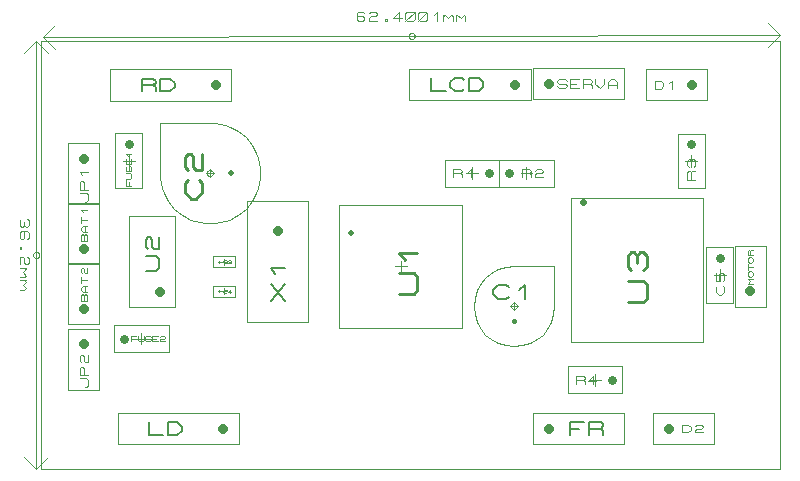
<source format=gbr>
G04 PROTEUS GERBER X2 FILE*
%TF.GenerationSoftware,Labcenter,Proteus,8.15-SP1-Build34318*%
%TF.CreationDate,2024-02-24T08:34:58+00:00*%
%TF.FileFunction,AssemblyDrawing,Top*%
%TF.FilePolarity,Positive*%
%TF.Part,Single*%
%TF.SameCoordinates,{d6b9a477-15e1-4d55-aad5-44706a46bc90}*%
%FSLAX45Y45*%
%MOMM*%
G01*
%TA.AperFunction,Material*%
%ADD53C,0.050000*%
%ADD54C,0.502920*%
%ADD55C,0.257850*%
%ADD56C,0.448000*%
%ADD57C,0.200820*%
%ADD58C,0.243840*%
%ADD59C,0.038380*%
%ADD73C,0.101600*%
%ADD60C,0.812800*%
%ADD61C,0.083820*%
%ADD62C,0.111760*%
%ADD63C,0.721360*%
%ADD64C,0.110420*%
%ADD65C,0.571500*%
%ADD66C,0.266990*%
%ADD67C,0.204890*%
%ADD68C,0.512000*%
%ADD69C,0.239910*%
%ADD74C,0.177800*%
%ADD75C,0.067050*%
%ADD76C,0.179490*%
%TA.AperFunction,Profile*%
%ADD25C,0.101600*%
%TA.AperFunction,Material*%
%ADD77C,0.117850*%
%ADD78C,0.066250*%
%ADD79C,0.113750*%
%TA.AperFunction,NonMaterial*%
%ADD26C,0.101600*%
%TD.AperFunction*%
D53*
X-6980000Y+6440000D02*
X-5940000Y+6440000D01*
X-5940000Y+7480000D01*
X-6980000Y+7480000D01*
X-6980000Y+6440000D01*
X-6460000Y+7010000D02*
X-6460000Y+6910000D01*
X-6410000Y+6960000D02*
X-6510000Y+6960000D01*
D54*
X-6880000Y+7240000D02*
X-6880000Y+7240000D01*
D55*
X-6473533Y+6727932D02*
X-6344606Y+6727932D01*
X-6318820Y+6756940D01*
X-6318820Y+6872974D01*
X-6344606Y+6901983D01*
X-6473533Y+6901983D01*
X-6421962Y+7018017D02*
X-6473533Y+7076034D01*
X-6318820Y+7076034D01*
D53*
X-5475000Y+6625000D02*
X-5475086Y+6627076D01*
X-5475788Y+6631229D01*
X-5477258Y+6635382D01*
X-5479660Y+6639535D01*
X-5483333Y+6643634D01*
X-5487486Y+6646643D01*
X-5491639Y+6648560D01*
X-5495792Y+6649643D01*
X-5499945Y+6650000D01*
X-5500000Y+6650000D01*
X-5525000Y+6625000D02*
X-5524914Y+6627076D01*
X-5524212Y+6631229D01*
X-5522742Y+6635382D01*
X-5520340Y+6639535D01*
X-5516667Y+6643634D01*
X-5512514Y+6646643D01*
X-5508361Y+6648560D01*
X-5504208Y+6649643D01*
X-5500055Y+6650000D01*
X-5500000Y+6650000D01*
X-5525000Y+6625000D02*
X-5524914Y+6622924D01*
X-5524212Y+6618771D01*
X-5522742Y+6614618D01*
X-5520340Y+6610465D01*
X-5516667Y+6606366D01*
X-5512514Y+6603357D01*
X-5508361Y+6601440D01*
X-5504208Y+6600357D01*
X-5500055Y+6600000D01*
X-5500000Y+6600000D01*
X-5475000Y+6625000D02*
X-5475086Y+6622924D01*
X-5475788Y+6618771D01*
X-5477258Y+6614618D01*
X-5479660Y+6610465D01*
X-5483333Y+6606366D01*
X-5487486Y+6603357D01*
X-5491639Y+6601440D01*
X-5495792Y+6600357D01*
X-5499945Y+6600000D01*
X-5500000Y+6600000D01*
X-5500000Y+6590000D02*
X-5500000Y+6660000D01*
X-5465000Y+6625000D02*
X-5535000Y+6625000D01*
X-5160000Y+6965000D02*
X-5500000Y+6965000D01*
X-5569519Y+6958235D01*
X-5633809Y+6938770D01*
X-5691624Y+6907849D01*
X-5741719Y+6866719D01*
X-5782849Y+6816624D01*
X-5813770Y+6758809D01*
X-5833235Y+6694519D01*
X-5840000Y+6625000D01*
X-5833235Y+6555481D01*
X-5813770Y+6491191D01*
X-5782849Y+6433376D01*
X-5741719Y+6383281D01*
X-5691624Y+6342151D01*
X-5633809Y+6311230D01*
X-5569519Y+6291765D01*
X-5500000Y+6285000D01*
X-5430481Y+6291765D01*
X-5366191Y+6311230D01*
X-5308376Y+6342151D01*
X-5258281Y+6383281D01*
X-5217151Y+6433376D01*
X-5186230Y+6491191D01*
X-5166765Y+6555481D01*
X-5160000Y+6625000D01*
X-5160000Y+6965000D01*
D56*
X-5500000Y+6500000D02*
X-5500000Y+6500000D01*
D57*
X-5545185Y+6704786D02*
X-5567777Y+6684704D01*
X-5635554Y+6684704D01*
X-5680738Y+6724868D01*
X-5680738Y+6765032D01*
X-5635554Y+6805196D01*
X-5567777Y+6805196D01*
X-5545185Y+6785114D01*
X-5454816Y+6765032D02*
X-5409631Y+6805196D01*
X-5409631Y+6684704D01*
D53*
X-8045000Y+6955000D02*
X-7865000Y+6955000D01*
X-7865000Y+7045000D01*
X-8045000Y+7045000D01*
X-8045000Y+6955000D01*
X-7955000Y+7025000D02*
X-7955000Y+6975000D01*
X-7930000Y+7000000D02*
X-7980000Y+7000000D01*
D58*
X-8000000Y+7000000D02*
X-8000000Y+7000000D01*
D59*
X-7933790Y+6992323D02*
X-7938108Y+6988485D01*
X-7951062Y+6988485D01*
X-7959697Y+6996161D01*
X-7959697Y+7003838D01*
X-7951062Y+7011514D01*
X-7938108Y+7011514D01*
X-7933790Y+7007676D01*
X-7920837Y+7007676D02*
X-7916519Y+7011514D01*
X-7903565Y+7011514D01*
X-7899247Y+7007676D01*
X-7899247Y+7003838D01*
X-7903565Y+7000000D01*
X-7899247Y+6996161D01*
X-7899247Y+6992323D01*
X-7903565Y+6988485D01*
X-7916519Y+6988485D01*
X-7920837Y+6992323D01*
X-7912201Y+7000000D02*
X-7903565Y+7000000D01*
D73*
X-9276080Y+6471920D02*
X-9011920Y+6471920D01*
X-9011920Y+6990080D01*
X-9276080Y+6990080D01*
X-9276080Y+6471920D01*
D60*
X-9144000Y+6604000D02*
X-9144000Y+6604000D01*
D61*
X-9118854Y+6666484D02*
X-9169146Y+6666484D01*
X-9169146Y+6713632D01*
X-9160764Y+6723062D01*
X-9152382Y+6723062D01*
X-9144000Y+6713632D01*
X-9135618Y+6723062D01*
X-9127236Y+6723062D01*
X-9118854Y+6713632D01*
X-9118854Y+6666484D01*
X-9144000Y+6666484D02*
X-9144000Y+6713632D01*
X-9118854Y+6741922D02*
X-9152382Y+6741922D01*
X-9169146Y+6760781D01*
X-9169146Y+6779641D01*
X-9152382Y+6798500D01*
X-9118854Y+6798500D01*
X-9135618Y+6741922D02*
X-9135618Y+6798500D01*
X-9169146Y+6817360D02*
X-9169146Y+6873938D01*
X-9169146Y+6845649D02*
X-9118854Y+6845649D01*
X-9160764Y+6902227D02*
X-9169146Y+6911657D01*
X-9169146Y+6939946D01*
X-9160764Y+6949376D01*
X-9152382Y+6949376D01*
X-9144000Y+6939946D01*
X-9144000Y+6911657D01*
X-9135618Y+6902227D01*
X-9118854Y+6902227D01*
X-9118854Y+6949376D01*
D73*
X-9276080Y+6979920D02*
X-9011920Y+6979920D01*
X-9011920Y+7498080D01*
X-9276080Y+7498080D01*
X-9276080Y+6979920D01*
D60*
X-9144000Y+7112000D02*
X-9144000Y+7112000D01*
D61*
X-9118854Y+7174484D02*
X-9169146Y+7174484D01*
X-9169146Y+7221632D01*
X-9160764Y+7231062D01*
X-9152382Y+7231062D01*
X-9144000Y+7221632D01*
X-9135618Y+7231062D01*
X-9127236Y+7231062D01*
X-9118854Y+7221632D01*
X-9118854Y+7174484D01*
X-9144000Y+7174484D02*
X-9144000Y+7221632D01*
X-9118854Y+7249922D02*
X-9152382Y+7249922D01*
X-9169146Y+7268781D01*
X-9169146Y+7287641D01*
X-9152382Y+7306500D01*
X-9118854Y+7306500D01*
X-9135618Y+7249922D02*
X-9135618Y+7306500D01*
X-9169146Y+7325360D02*
X-9169146Y+7381938D01*
X-9169146Y+7353649D02*
X-9118854Y+7353649D01*
X-9152382Y+7419657D02*
X-9169146Y+7438517D01*
X-9118854Y+7438517D01*
D73*
X-9276080Y+5915140D02*
X-9011920Y+5915140D01*
X-9011920Y+6433300D01*
X-9276080Y+6433300D01*
X-9276080Y+5915140D01*
D60*
X-9144000Y+6301220D02*
X-9144000Y+6301220D01*
D62*
X-9132824Y+5936984D02*
X-9121648Y+5936984D01*
X-9110472Y+5949557D01*
X-9110472Y+5999849D01*
X-9121648Y+6012422D01*
X-9177528Y+6012422D01*
X-9110472Y+6037568D02*
X-9177528Y+6037568D01*
X-9177528Y+6100433D01*
X-9166352Y+6113006D01*
X-9155176Y+6113006D01*
X-9144000Y+6100433D01*
X-9144000Y+6037568D01*
X-9166352Y+6150725D02*
X-9177528Y+6163298D01*
X-9177528Y+6201017D01*
X-9166352Y+6213590D01*
X-9155176Y+6213590D01*
X-9144000Y+6201017D01*
X-9144000Y+6163298D01*
X-9132824Y+6150725D01*
X-9110472Y+6150725D01*
X-9110472Y+6213590D01*
D53*
X-5625000Y+7635000D02*
X-5165000Y+7635000D01*
X-5165000Y+7865000D01*
X-5625000Y+7865000D01*
X-5625000Y+7635000D01*
X-5395000Y+7800000D02*
X-5395000Y+7700000D01*
X-5345000Y+7750000D02*
X-5445000Y+7750000D01*
D63*
X-5540000Y+7750000D02*
X-5540000Y+7750000D01*
D64*
X-5432597Y+7716872D02*
X-5432597Y+7783127D01*
X-5370484Y+7783127D01*
X-5358062Y+7772084D01*
X-5358062Y+7761042D01*
X-5370484Y+7750000D01*
X-5432597Y+7750000D01*
X-5370484Y+7750000D02*
X-5358062Y+7738957D01*
X-5358062Y+7716872D01*
X-5320794Y+7772084D02*
X-5308371Y+7783127D01*
X-5271103Y+7783127D01*
X-5258681Y+7772084D01*
X-5258681Y+7761042D01*
X-5271103Y+7750000D01*
X-5308371Y+7750000D01*
X-5320794Y+7738957D01*
X-5320794Y+7716872D01*
X-5258681Y+7716872D01*
D53*
X-4585000Y+6115000D02*
X-5045000Y+6115000D01*
X-5045000Y+5885000D01*
X-4585000Y+5885000D01*
X-4585000Y+6115000D01*
X-4815000Y+5950000D02*
X-4815000Y+6050000D01*
X-4865000Y+6000000D02*
X-4765000Y+6000000D01*
D63*
X-4670000Y+6000000D02*
X-4670000Y+6000000D01*
D64*
X-4976165Y+5966872D02*
X-4976165Y+6033127D01*
X-4914052Y+6033127D01*
X-4901630Y+6022084D01*
X-4901630Y+6011042D01*
X-4914052Y+6000000D01*
X-4976165Y+6000000D01*
X-4914052Y+6000000D02*
X-4901630Y+5988957D01*
X-4901630Y+5966872D01*
X-4802249Y+5988957D02*
X-4876784Y+5988957D01*
X-4827094Y+6033127D01*
X-4827094Y+5966872D01*
D73*
X-5016000Y+6322900D02*
X-3898400Y+6322900D01*
X-3898400Y+7542100D01*
X-5016000Y+7542100D01*
X-5016000Y+6322900D01*
D65*
X-4914400Y+7504000D02*
X-4914400Y+7504000D01*
D66*
X-4537298Y+6658867D02*
X-4403800Y+6658867D01*
X-4377101Y+6688904D01*
X-4377101Y+6809052D01*
X-4403800Y+6839089D01*
X-4537298Y+6839089D01*
X-4510599Y+6929200D02*
X-4537298Y+6959237D01*
X-4537298Y+7049348D01*
X-4510599Y+7079385D01*
X-4483899Y+7079385D01*
X-4457200Y+7049348D01*
X-4430500Y+7079385D01*
X-4403800Y+7079385D01*
X-4377101Y+7049348D01*
X-4377101Y+6959237D01*
X-4403800Y+6929200D01*
X-4457200Y+6989274D02*
X-4457200Y+7049348D01*
D73*
X-7759080Y+6490920D02*
X-7240920Y+6490920D01*
X-7240920Y+7517080D01*
X-7759080Y+7517080D01*
X-7759080Y+6490920D01*
D60*
X-7500000Y+7258000D02*
X-7500000Y+7258000D01*
D67*
X-7561468Y+6669737D02*
X-7438532Y+6808039D01*
X-7438532Y+6669737D02*
X-7561468Y+6808039D01*
X-7520489Y+6900240D02*
X-7561468Y+6946341D01*
X-7438532Y+6946341D01*
D53*
X-8050000Y+7750000D02*
X-8050086Y+7752076D01*
X-8050788Y+7756229D01*
X-8052258Y+7760382D01*
X-8054660Y+7764535D01*
X-8058333Y+7768634D01*
X-8062486Y+7771643D01*
X-8066639Y+7773560D01*
X-8070792Y+7774643D01*
X-8074945Y+7775000D01*
X-8075000Y+7775000D01*
X-8100000Y+7750000D02*
X-8099914Y+7752076D01*
X-8099212Y+7756229D01*
X-8097742Y+7760382D01*
X-8095340Y+7764535D01*
X-8091667Y+7768634D01*
X-8087514Y+7771643D01*
X-8083361Y+7773560D01*
X-8079208Y+7774643D01*
X-8075055Y+7775000D01*
X-8075000Y+7775000D01*
X-8100000Y+7750000D02*
X-8099914Y+7747924D01*
X-8099212Y+7743771D01*
X-8097742Y+7739618D01*
X-8095340Y+7735465D01*
X-8091667Y+7731366D01*
X-8087514Y+7728357D01*
X-8083361Y+7726440D01*
X-8079208Y+7725357D01*
X-8075055Y+7725000D01*
X-8075000Y+7725000D01*
X-8050000Y+7750000D02*
X-8050086Y+7747924D01*
X-8050788Y+7743771D01*
X-8052258Y+7739618D01*
X-8054660Y+7735465D01*
X-8058333Y+7731366D01*
X-8062486Y+7728357D01*
X-8066639Y+7726440D01*
X-8070792Y+7725357D01*
X-8074945Y+7725000D01*
X-8075000Y+7725000D01*
X-8040000Y+7750000D02*
X-8110000Y+7750000D01*
X-8075000Y+7785000D02*
X-8075000Y+7715000D01*
X-8500000Y+8175000D02*
X-8500000Y+7750000D01*
X-8497854Y+7705831D01*
X-8491544Y+7663101D01*
X-8481265Y+7622006D01*
X-8467212Y+7582739D01*
X-8449579Y+7545496D01*
X-8428561Y+7510471D01*
X-8404353Y+7477858D01*
X-8377148Y+7447852D01*
X-8347142Y+7420647D01*
X-8314529Y+7396439D01*
X-8279504Y+7375421D01*
X-8242260Y+7357788D01*
X-8202994Y+7343735D01*
X-8161899Y+7333456D01*
X-8119169Y+7327147D01*
X-8075000Y+7325000D01*
X-8030831Y+7327147D01*
X-7988101Y+7333456D01*
X-7947006Y+7343735D01*
X-7907740Y+7357788D01*
X-7870496Y+7375421D01*
X-7835471Y+7396439D01*
X-7802858Y+7420647D01*
X-7772852Y+7447852D01*
X-7745647Y+7477858D01*
X-7721439Y+7510471D01*
X-7700421Y+7545496D01*
X-7682788Y+7582739D01*
X-7668735Y+7622006D01*
X-7658456Y+7663101D01*
X-7652146Y+7705831D01*
X-7650000Y+7750000D01*
X-7652146Y+7794169D01*
X-7658456Y+7836899D01*
X-7668735Y+7877994D01*
X-7682788Y+7917261D01*
X-7700421Y+7954504D01*
X-7721439Y+7989529D01*
X-7745647Y+8022142D01*
X-7772852Y+8052148D01*
X-7802858Y+8079353D01*
X-7835471Y+8103561D01*
X-7870496Y+8124579D01*
X-7907740Y+8142212D01*
X-7947006Y+8156265D01*
X-7988101Y+8166544D01*
X-8030831Y+8172853D01*
X-8075000Y+8175000D01*
X-8500000Y+8175000D01*
D68*
X-7900000Y+7750000D02*
X-7900000Y+7750000D01*
D69*
X-8166067Y+7696019D02*
X-8142075Y+7669029D01*
X-8142075Y+7588058D01*
X-8190058Y+7534078D01*
X-8238041Y+7534078D01*
X-8286024Y+7588058D01*
X-8286024Y+7669029D01*
X-8262032Y+7696019D01*
X-8262032Y+7776990D02*
X-8286024Y+7803980D01*
X-8286024Y+7884951D01*
X-8262032Y+7911941D01*
X-8238041Y+7911941D01*
X-8214050Y+7884951D01*
X-8214050Y+7803980D01*
X-8190058Y+7776990D01*
X-8142075Y+7776990D01*
X-8142075Y+7911941D01*
D53*
X-8045000Y+6705000D02*
X-7865000Y+6705000D01*
X-7865000Y+6795000D01*
X-8045000Y+6795000D01*
X-8045000Y+6705000D01*
X-7955000Y+6775000D02*
X-7955000Y+6725000D01*
X-7930000Y+6750000D02*
X-7980000Y+6750000D01*
D58*
X-8000000Y+6750000D02*
X-8000000Y+6750000D01*
D59*
X-7933790Y+6742323D02*
X-7938108Y+6738485D01*
X-7951062Y+6738485D01*
X-7959697Y+6746161D01*
X-7959697Y+6753838D01*
X-7951062Y+6761514D01*
X-7938108Y+6761514D01*
X-7933790Y+6757676D01*
X-7899247Y+6746161D02*
X-7925154Y+6746161D01*
X-7907883Y+6761514D01*
X-7907883Y+6738485D01*
D73*
X-6386080Y+8367920D02*
X-5359920Y+8367920D01*
X-5359920Y+8632080D01*
X-6386080Y+8632080D01*
X-6386080Y+8367920D01*
D60*
X-5492000Y+8500000D02*
X-5492000Y+8500000D01*
D74*
X-6199390Y+8553340D02*
X-6199390Y+8446660D01*
X-6079375Y+8446660D01*
X-5919355Y+8464440D02*
X-5939358Y+8446660D01*
X-5999365Y+8446660D01*
X-6039370Y+8482220D01*
X-6039370Y+8517780D01*
X-5999365Y+8553340D01*
X-5939358Y+8553340D01*
X-5919355Y+8535560D01*
X-5879350Y+8446660D02*
X-5879350Y+8553340D01*
X-5799340Y+8553340D01*
X-5759335Y+8517780D01*
X-5759335Y+8482220D01*
X-5799340Y+8446660D01*
X-5879350Y+8446660D01*
D73*
X-3632080Y+6617920D02*
X-3367920Y+6617920D01*
X-3367920Y+7136080D01*
X-3632080Y+7136080D01*
X-3632080Y+6617920D01*
D60*
X-3500000Y+6750000D02*
X-3500000Y+6750000D01*
D75*
X-3479883Y+6812485D02*
X-3520116Y+6812485D01*
X-3500000Y+6835116D01*
X-3520116Y+6857747D01*
X-3479883Y+6857747D01*
X-3506705Y+6872835D02*
X-3520116Y+6887922D01*
X-3520116Y+6903010D01*
X-3506705Y+6918097D01*
X-3493294Y+6918097D01*
X-3479883Y+6903010D01*
X-3479883Y+6887922D01*
X-3493294Y+6872835D01*
X-3506705Y+6872835D01*
X-3520116Y+6933185D02*
X-3520116Y+6978447D01*
X-3520116Y+6955816D02*
X-3479883Y+6955816D01*
X-3506705Y+6993535D02*
X-3520116Y+7008622D01*
X-3520116Y+7023710D01*
X-3506705Y+7038797D01*
X-3493294Y+7038797D01*
X-3479883Y+7023710D01*
X-3479883Y+7008622D01*
X-3493294Y+6993535D01*
X-3506705Y+6993535D01*
X-3479883Y+7053885D02*
X-3520116Y+7053885D01*
X-3520116Y+7091603D01*
X-3513411Y+7099147D01*
X-3506705Y+7099147D01*
X-3500000Y+7091603D01*
X-3500000Y+7053885D01*
X-3500000Y+7091603D02*
X-3493294Y+7099147D01*
X-3479883Y+7099147D01*
D73*
X-9276080Y+7487920D02*
X-9011920Y+7487920D01*
X-9011920Y+8006080D01*
X-9276080Y+8006080D01*
X-9276080Y+7487920D01*
D60*
X-9144000Y+7874000D02*
X-9144000Y+7874000D01*
D62*
X-9132824Y+7509764D02*
X-9121648Y+7509764D01*
X-9110472Y+7522337D01*
X-9110472Y+7572629D01*
X-9121648Y+7585202D01*
X-9177528Y+7585202D01*
X-9110472Y+7610348D02*
X-9177528Y+7610348D01*
X-9177528Y+7673213D01*
X-9166352Y+7685786D01*
X-9155176Y+7685786D01*
X-9144000Y+7673213D01*
X-9144000Y+7610348D01*
X-9155176Y+7736078D02*
X-9177528Y+7761224D01*
X-9110472Y+7761224D01*
D53*
X-5625000Y+7865000D02*
X-6085000Y+7865000D01*
X-6085000Y+7635000D01*
X-5625000Y+7635000D01*
X-5625000Y+7865000D01*
X-5855000Y+7700000D02*
X-5855000Y+7800000D01*
X-5905000Y+7750000D02*
X-5805000Y+7750000D01*
D63*
X-5710000Y+7750000D02*
X-5710000Y+7750000D01*
D64*
X-6016165Y+7716872D02*
X-6016165Y+7783127D01*
X-5954052Y+7783127D01*
X-5941630Y+7772084D01*
X-5941630Y+7761042D01*
X-5954052Y+7750000D01*
X-6016165Y+7750000D01*
X-5954052Y+7750000D02*
X-5941630Y+7738957D01*
X-5941630Y+7716872D01*
X-5891939Y+7761042D02*
X-5867094Y+7783127D01*
X-5867094Y+7716872D01*
D53*
X-4115000Y+8085000D02*
X-4115000Y+7625000D01*
X-3885000Y+7625000D01*
X-3885000Y+8085000D01*
X-4115000Y+8085000D01*
X-3950000Y+7855000D02*
X-4050000Y+7855000D01*
X-4000000Y+7805000D02*
X-4000000Y+7905000D01*
D63*
X-4000000Y+8000000D02*
X-4000000Y+8000000D01*
D64*
X-3966872Y+7693835D02*
X-4033127Y+7693835D01*
X-4033127Y+7755948D01*
X-4022084Y+7768370D01*
X-4011042Y+7768370D01*
X-4000000Y+7755948D01*
X-4000000Y+7693835D01*
X-4000000Y+7755948D02*
X-3988957Y+7768370D01*
X-3966872Y+7768370D01*
X-4022084Y+7805638D02*
X-4033127Y+7818061D01*
X-4033127Y+7855329D01*
X-4022084Y+7867751D01*
X-4011042Y+7867751D01*
X-4000000Y+7855329D01*
X-3988957Y+7867751D01*
X-3977915Y+7867751D01*
X-3966872Y+7855329D01*
X-3966872Y+7818061D01*
X-3977915Y+7805638D01*
X-4000000Y+7830483D02*
X-4000000Y+7855329D01*
D73*
X-8759080Y+6613920D02*
X-8367920Y+6613920D01*
X-8367920Y+7386080D01*
X-8759080Y+7386080D01*
X-8759080Y+6613920D01*
D60*
X-8500000Y+6746000D02*
X-8500000Y+6746000D01*
D76*
X-8617348Y+6924817D02*
X-8527601Y+6924817D01*
X-8509652Y+6945009D01*
X-8509652Y+7025781D01*
X-8527601Y+7045974D01*
X-8617348Y+7045974D01*
X-8599399Y+7106552D02*
X-8617348Y+7126745D01*
X-8617348Y+7187324D01*
X-8599399Y+7207517D01*
X-8581449Y+7207517D01*
X-8563500Y+7187324D01*
X-8563500Y+7126745D01*
X-8545551Y+7106552D01*
X-8509652Y+7106552D01*
X-8509652Y+7207517D01*
D73*
X-4323080Y+5455920D02*
X-3804920Y+5455920D01*
X-3804920Y+5720080D01*
X-4323080Y+5720080D01*
X-4323080Y+5455920D01*
D60*
X-4191000Y+5588000D02*
X-4191000Y+5588000D01*
D62*
X-4078224Y+5554472D02*
X-4078224Y+5621528D01*
X-4027932Y+5621528D01*
X-4002786Y+5599176D01*
X-4002786Y+5576824D01*
X-4027932Y+5554472D01*
X-4078224Y+5554472D01*
X-3965067Y+5610352D02*
X-3952494Y+5621528D01*
X-3914775Y+5621528D01*
X-3902202Y+5610352D01*
X-3902202Y+5599176D01*
X-3914775Y+5588000D01*
X-3952494Y+5588000D01*
X-3965067Y+5576824D01*
X-3965067Y+5554472D01*
X-3902202Y+5554472D01*
D73*
X-4382080Y+8367920D02*
X-3863920Y+8367920D01*
X-3863920Y+8632080D01*
X-4382080Y+8632080D01*
X-4382080Y+8367920D01*
D60*
X-3996000Y+8500000D02*
X-3996000Y+8500000D01*
D62*
X-4309944Y+8466472D02*
X-4309944Y+8533528D01*
X-4259652Y+8533528D01*
X-4234506Y+8511176D01*
X-4234506Y+8488824D01*
X-4259652Y+8466472D01*
X-4309944Y+8466472D01*
X-4184214Y+8511176D02*
X-4159068Y+8533528D01*
X-4159068Y+8466472D01*
D73*
X-8856080Y+5454920D02*
X-7829920Y+5454920D01*
X-7829920Y+5719080D01*
X-8856080Y+5719080D01*
X-8856080Y+5454920D01*
D60*
X-7962000Y+5587000D02*
X-7962000Y+5587000D01*
D74*
X-8589380Y+5640340D02*
X-8589380Y+5533660D01*
X-8469365Y+5533660D01*
X-8429360Y+5533660D02*
X-8429360Y+5640340D01*
X-8349350Y+5640340D01*
X-8309345Y+5604780D01*
X-8309345Y+5569220D01*
X-8349350Y+5533660D01*
X-8429360Y+5533660D01*
D73*
X-8920080Y+8364920D02*
X-7893920Y+8364920D01*
X-7893920Y+8629080D01*
X-8920080Y+8629080D01*
X-8920080Y+8364920D01*
D60*
X-8026000Y+8497000D02*
X-8026000Y+8497000D01*
D74*
X-8653380Y+8443660D02*
X-8653380Y+8550340D01*
X-8553368Y+8550340D01*
X-8533365Y+8532560D01*
X-8533365Y+8514780D01*
X-8553368Y+8497000D01*
X-8653380Y+8497000D01*
X-8553368Y+8497000D02*
X-8533365Y+8479220D01*
X-8533365Y+8443660D01*
X-8493360Y+8443660D02*
X-8493360Y+8550340D01*
X-8413350Y+8550340D01*
X-8373345Y+8514780D01*
X-8373345Y+8479220D01*
X-8413350Y+8443660D01*
X-8493360Y+8443660D01*
D25*
X-9504000Y+5246000D02*
X-3250000Y+5246000D01*
X-3250000Y+8873000D01*
X-9504000Y+8873000D01*
X-9504000Y+5246000D01*
D73*
X-5339080Y+8376920D02*
X-4566920Y+8376920D01*
X-4566920Y+8641080D01*
X-5339080Y+8641080D01*
X-5339080Y+8376920D01*
D60*
X-5207000Y+8509000D02*
X-5207000Y+8509000D01*
D77*
X-5131815Y+8485428D02*
X-5118557Y+8473643D01*
X-5065522Y+8473643D01*
X-5052263Y+8485428D01*
X-5052263Y+8497214D01*
X-5065522Y+8509000D01*
X-5118557Y+8509000D01*
X-5131815Y+8520785D01*
X-5131815Y+8532571D01*
X-5118557Y+8544356D01*
X-5065522Y+8544356D01*
X-5052263Y+8532571D01*
X-4946193Y+8473643D02*
X-5025745Y+8473643D01*
X-5025745Y+8544356D01*
X-4946193Y+8544356D01*
X-5025745Y+8509000D02*
X-4972710Y+8509000D01*
X-4919675Y+8473643D02*
X-4919675Y+8544356D01*
X-4853382Y+8544356D01*
X-4840123Y+8532571D01*
X-4840123Y+8520785D01*
X-4853382Y+8509000D01*
X-4919675Y+8509000D01*
X-4853382Y+8509000D02*
X-4840123Y+8497214D01*
X-4840123Y+8473643D01*
X-4813605Y+8544356D02*
X-4813605Y+8509000D01*
X-4773829Y+8473643D01*
X-4734053Y+8509000D01*
X-4734053Y+8544356D01*
X-4707535Y+8473643D02*
X-4707535Y+8520785D01*
X-4681018Y+8544356D01*
X-4654500Y+8544356D01*
X-4627983Y+8520785D01*
X-4627983Y+8473643D01*
X-4707535Y+8497214D02*
X-4627983Y+8497214D01*
D73*
X-5339080Y+5455920D02*
X-4566920Y+5455920D01*
X-4566920Y+5720080D01*
X-5339080Y+5720080D01*
X-5339080Y+5455920D01*
D60*
X-5207000Y+5588000D02*
X-5207000Y+5588000D01*
D74*
X-5026660Y+5534660D02*
X-5026660Y+5641340D01*
X-4906645Y+5641340D01*
X-5026660Y+5588000D02*
X-4946650Y+5588000D01*
X-4866640Y+5534660D02*
X-4866640Y+5641340D01*
X-4766628Y+5641340D01*
X-4746625Y+5623560D01*
X-4746625Y+5605780D01*
X-4766628Y+5588000D01*
X-4866640Y+5588000D01*
X-4766628Y+5588000D02*
X-4746625Y+5570220D01*
X-4746625Y+5534660D01*
D53*
X-8878000Y+8086000D02*
X-8878000Y+7626000D01*
X-8648000Y+7626000D01*
X-8648000Y+8086000D01*
X-8878000Y+8086000D01*
X-8713000Y+7856000D02*
X-8813000Y+7856000D01*
X-8763000Y+7806000D02*
X-8763000Y+7906000D01*
D63*
X-8763000Y+8001000D02*
X-8763000Y+8001000D01*
D78*
X-8743123Y+7645146D02*
X-8782876Y+7645146D01*
X-8782876Y+7689867D01*
X-8763000Y+7645146D02*
X-8763000Y+7674960D01*
X-8782876Y+7704774D02*
X-8749749Y+7704774D01*
X-8743123Y+7712227D01*
X-8743123Y+7742041D01*
X-8749749Y+7749495D01*
X-8782876Y+7749495D01*
X-8749749Y+7764402D02*
X-8743123Y+7771855D01*
X-8743123Y+7801669D01*
X-8749749Y+7809123D01*
X-8756374Y+7809123D01*
X-8763000Y+7801669D01*
X-8763000Y+7771855D01*
X-8769625Y+7764402D01*
X-8776250Y+7764402D01*
X-8782876Y+7771855D01*
X-8782876Y+7801669D01*
X-8776250Y+7809123D01*
X-8743123Y+7868751D02*
X-8743123Y+7824030D01*
X-8782876Y+7824030D01*
X-8782876Y+7868751D01*
X-8763000Y+7824030D02*
X-8763000Y+7853844D01*
X-8769625Y+7898565D02*
X-8782876Y+7913472D01*
X-8743123Y+7913472D01*
D53*
X-8884000Y+6235000D02*
X-8424000Y+6235000D01*
X-8424000Y+6465000D01*
X-8884000Y+6465000D01*
X-8884000Y+6235000D01*
X-8654000Y+6400000D02*
X-8654000Y+6300000D01*
X-8604000Y+6350000D02*
X-8704000Y+6350000D01*
D63*
X-8799000Y+6350000D02*
X-8799000Y+6350000D01*
D78*
X-8741286Y+6330123D02*
X-8741286Y+6369876D01*
X-8696565Y+6369876D01*
X-8741286Y+6350000D02*
X-8711472Y+6350000D01*
X-8681658Y+6369876D02*
X-8681658Y+6336749D01*
X-8674205Y+6330123D01*
X-8644391Y+6330123D01*
X-8636937Y+6336749D01*
X-8636937Y+6369876D01*
X-8622030Y+6336749D02*
X-8614577Y+6330123D01*
X-8584763Y+6330123D01*
X-8577309Y+6336749D01*
X-8577309Y+6343374D01*
X-8584763Y+6350000D01*
X-8614577Y+6350000D01*
X-8622030Y+6356625D01*
X-8622030Y+6363250D01*
X-8614577Y+6369876D01*
X-8584763Y+6369876D01*
X-8577309Y+6363250D01*
X-8517681Y+6330123D02*
X-8562402Y+6330123D01*
X-8562402Y+6369876D01*
X-8517681Y+6369876D01*
X-8562402Y+6350000D02*
X-8532588Y+6350000D01*
X-8495321Y+6363250D02*
X-8487867Y+6369876D01*
X-8465507Y+6369876D01*
X-8458053Y+6363250D01*
X-8458053Y+6356625D01*
X-8465507Y+6350000D01*
X-8487867Y+6350000D01*
X-8495321Y+6343374D01*
X-8495321Y+6330123D01*
X-8458053Y+6330123D01*
D53*
X-3872000Y+7121000D02*
X-3872000Y+6651000D01*
X-3642000Y+6651000D01*
X-3642000Y+7121000D01*
X-3872000Y+7121000D01*
X-3707000Y+6886000D02*
X-3807000Y+6886000D01*
X-3757000Y+6836000D02*
X-3757000Y+6936000D01*
D63*
X-3757000Y+7036000D02*
X-3757000Y+7036000D01*
D79*
X-3734249Y+6798620D02*
X-3722873Y+6785823D01*
X-3722873Y+6747430D01*
X-3745624Y+6721835D01*
X-3768376Y+6721835D01*
X-3791127Y+6747430D01*
X-3791127Y+6785823D01*
X-3779751Y+6798620D01*
X-3791127Y+6901001D02*
X-3791127Y+6837013D01*
X-3768376Y+6837013D01*
X-3768376Y+6888204D01*
X-3757000Y+6901001D01*
X-3734249Y+6901001D01*
X-3722873Y+6888204D01*
X-3722873Y+6849811D01*
X-3734249Y+6837013D01*
D26*
X-9546000Y+8867000D02*
X-9546000Y+5247000D01*
X-9546000Y+8867000D02*
X-9647600Y+8765400D01*
X-9546000Y+8867000D02*
X-9444400Y+8765400D01*
X-9546000Y+5247000D02*
X-9444400Y+5348600D01*
X-9546000Y+5247000D02*
X-9647600Y+5348600D01*
X-9520600Y+7057000D02*
X-9520688Y+7059109D01*
X-9521401Y+7063328D01*
X-9522893Y+7067547D01*
X-9525333Y+7071766D01*
X-9529064Y+7075930D01*
X-9533283Y+7078987D01*
X-9537502Y+7080936D01*
X-9541721Y+7082037D01*
X-9545940Y+7082400D01*
X-9546000Y+7082400D01*
X-9571400Y+7057000D02*
X-9571312Y+7059109D01*
X-9570599Y+7063328D01*
X-9569107Y+7067547D01*
X-9566667Y+7071766D01*
X-9562936Y+7075930D01*
X-9558717Y+7078987D01*
X-9554498Y+7080936D01*
X-9550279Y+7082037D01*
X-9546060Y+7082400D01*
X-9546000Y+7082400D01*
X-9571400Y+7057000D02*
X-9571312Y+7054891D01*
X-9570599Y+7050672D01*
X-9569107Y+7046453D01*
X-9566667Y+7042234D01*
X-9562936Y+7038070D01*
X-9558717Y+7035013D01*
X-9554498Y+7033064D01*
X-9550279Y+7031963D01*
X-9546060Y+7031600D01*
X-9546000Y+7031600D01*
X-9520600Y+7057000D02*
X-9520688Y+7054891D01*
X-9521401Y+7050672D01*
X-9522893Y+7046453D01*
X-9525333Y+7042234D01*
X-9529064Y+7038070D01*
X-9533283Y+7035013D01*
X-9537502Y+7033064D01*
X-9541721Y+7031963D01*
X-9545940Y+7031600D01*
X-9546000Y+7031600D01*
X-9622020Y+7363705D02*
X-9609320Y+7350370D01*
X-9609320Y+7310365D01*
X-9622020Y+7297030D01*
X-9634720Y+7297030D01*
X-9647420Y+7310365D01*
X-9660120Y+7297030D01*
X-9672820Y+7297030D01*
X-9685520Y+7310365D01*
X-9685520Y+7350370D01*
X-9672820Y+7363705D01*
X-9647420Y+7337035D02*
X-9647420Y+7310365D01*
X-9622020Y+7190350D02*
X-9609320Y+7203685D01*
X-9609320Y+7243690D01*
X-9622020Y+7257025D01*
X-9672820Y+7257025D01*
X-9685520Y+7243690D01*
X-9685520Y+7203685D01*
X-9672820Y+7190350D01*
X-9660120Y+7190350D01*
X-9647420Y+7203685D01*
X-9647420Y+7257025D01*
X-9672820Y+7123675D02*
X-9672820Y+7110340D01*
X-9685520Y+7110340D01*
X-9685520Y+7123675D01*
X-9672820Y+7123675D01*
X-9622020Y+7043665D02*
X-9609320Y+7030330D01*
X-9609320Y+6990325D01*
X-9622020Y+6976990D01*
X-9634720Y+6976990D01*
X-9647420Y+6990325D01*
X-9647420Y+7030330D01*
X-9660120Y+7043665D01*
X-9685520Y+7043665D01*
X-9685520Y+6976990D01*
X-9685520Y+6950320D02*
X-9634720Y+6950320D01*
X-9647420Y+6950320D02*
X-9634720Y+6936985D01*
X-9660120Y+6910315D01*
X-9634720Y+6883645D01*
X-9647420Y+6870310D01*
X-9685520Y+6870310D01*
X-9685520Y+6843640D02*
X-9634720Y+6843640D01*
X-9647420Y+6843640D02*
X-9634720Y+6830305D01*
X-9660120Y+6803635D01*
X-9634720Y+6776965D01*
X-9647420Y+6763630D01*
X-9685520Y+6763630D01*
X-9486000Y+8907000D02*
X-3246000Y+8917000D01*
X-9486000Y+8907000D02*
X-9384237Y+8805562D01*
X-9486000Y+8907000D02*
X-9384562Y+9008762D01*
X-3246000Y+8917000D02*
X-3347762Y+9018437D01*
X-3246000Y+8917000D02*
X-3347437Y+8815237D01*
X-6340600Y+8912000D02*
X-6340688Y+8914109D01*
X-6341401Y+8918328D01*
X-6342893Y+8922547D01*
X-6345333Y+8926766D01*
X-6349064Y+8930930D01*
X-6353283Y+8933987D01*
X-6357502Y+8935936D01*
X-6361721Y+8937037D01*
X-6365940Y+8937400D01*
X-6366000Y+8937400D01*
X-6391400Y+8912000D02*
X-6391312Y+8914109D01*
X-6390599Y+8918328D01*
X-6389107Y+8922547D01*
X-6386667Y+8926766D01*
X-6382936Y+8930930D01*
X-6378717Y+8933987D01*
X-6374498Y+8935936D01*
X-6370279Y+8937037D01*
X-6366060Y+8937400D01*
X-6366000Y+8937400D01*
X-6391400Y+8912000D02*
X-6391312Y+8909891D01*
X-6390599Y+8905672D01*
X-6389107Y+8901453D01*
X-6386667Y+8897234D01*
X-6382936Y+8893070D01*
X-6378717Y+8890013D01*
X-6374498Y+8888064D01*
X-6370279Y+8886963D01*
X-6366060Y+8886600D01*
X-6366000Y+8886600D01*
X-6340600Y+8912000D02*
X-6340688Y+8909891D01*
X-6341401Y+8905672D01*
X-6342893Y+8901453D01*
X-6345333Y+8897234D01*
X-6349064Y+8893070D01*
X-6353283Y+8890013D01*
X-6357502Y+8888064D01*
X-6361721Y+8886963D01*
X-6365940Y+8886600D01*
X-6366000Y+8886600D01*
X-6766050Y+9105980D02*
X-6779385Y+9118680D01*
X-6819390Y+9118680D01*
X-6832725Y+9105980D01*
X-6832725Y+9055180D01*
X-6819390Y+9042480D01*
X-6779385Y+9042480D01*
X-6766050Y+9055180D01*
X-6766050Y+9067880D01*
X-6779385Y+9080580D01*
X-6832725Y+9080580D01*
X-6726045Y+9105980D02*
X-6712710Y+9118680D01*
X-6672705Y+9118680D01*
X-6659370Y+9105980D01*
X-6659370Y+9093280D01*
X-6672705Y+9080580D01*
X-6712710Y+9080580D01*
X-6726045Y+9067880D01*
X-6726045Y+9042480D01*
X-6659370Y+9042480D01*
X-6592695Y+9055180D02*
X-6579360Y+9055180D01*
X-6579360Y+9042480D01*
X-6592695Y+9042480D01*
X-6592695Y+9055180D01*
X-6446010Y+9067880D02*
X-6526020Y+9067880D01*
X-6472680Y+9118680D01*
X-6472680Y+9042480D01*
X-6419340Y+9055180D02*
X-6419340Y+9105980D01*
X-6406005Y+9118680D01*
X-6352665Y+9118680D01*
X-6339330Y+9105980D01*
X-6339330Y+9055180D01*
X-6352665Y+9042480D01*
X-6406005Y+9042480D01*
X-6419340Y+9055180D01*
X-6419340Y+9042480D02*
X-6339330Y+9118680D01*
X-6312660Y+9055180D02*
X-6312660Y+9105980D01*
X-6299325Y+9118680D01*
X-6245985Y+9118680D01*
X-6232650Y+9105980D01*
X-6232650Y+9055180D01*
X-6245985Y+9042480D01*
X-6299325Y+9042480D01*
X-6312660Y+9055180D01*
X-6312660Y+9042480D02*
X-6232650Y+9118680D01*
X-6179310Y+9093280D02*
X-6152640Y+9118680D01*
X-6152640Y+9042480D01*
X-6099300Y+9042480D02*
X-6099300Y+9093280D01*
X-6099300Y+9080580D02*
X-6085965Y+9093280D01*
X-6059295Y+9067880D01*
X-6032625Y+9093280D01*
X-6019290Y+9080580D01*
X-6019290Y+9042480D01*
X-5992620Y+9042480D02*
X-5992620Y+9093280D01*
X-5992620Y+9080580D02*
X-5979285Y+9093280D01*
X-5952615Y+9067880D01*
X-5925945Y+9093280D01*
X-5912610Y+9080580D01*
X-5912610Y+9042480D01*
M02*

</source>
